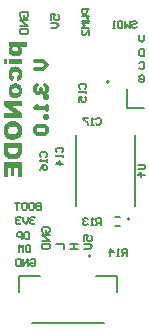
<source format=gbo>
G04*
G04 #@! TF.GenerationSoftware,Altium Limited,Altium Designer,21.6.1 (37)*
G04*
G04 Layer_Color=32896*
%FSLAX44Y44*%
%MOMM*%
G71*
G04*
G04 #@! TF.SameCoordinates,A3892E78-241B-427D-A5EC-4F0B57241F16*
G04*
G04*
G04 #@! TF.FilePolarity,Positive*
G04*
G01*
G75*
%ADD10C,0.2000*%
%ADD13C,0.1270*%
%ADD15C,0.1700*%
%ADD70C,0.1500*%
%ADD71C,0.3000*%
G36*
X299000Y238725D02*
X293753D01*
X293975Y238475D01*
X294169Y238253D01*
X294336Y238003D01*
X294475Y237781D01*
X294586Y237586D01*
X294669Y237448D01*
X294697Y237337D01*
X294725Y237309D01*
X294836Y237003D01*
X294919Y236698D01*
X294974Y236393D01*
X295002Y236115D01*
X295030Y235893D01*
X295058Y235699D01*
Y235532D01*
X295030Y235171D01*
X295002Y234810D01*
X294836Y234144D01*
X294614Y233589D01*
X294336Y233117D01*
X294058Y232728D01*
X293836Y232423D01*
X293753Y232339D01*
X293670Y232256D01*
X293642Y232228D01*
X293614Y232201D01*
X293337Y231978D01*
X293031Y231756D01*
X292337Y231423D01*
X291643Y231201D01*
X290977Y231035D01*
X290671Y230979D01*
X290366Y230923D01*
X290116Y230896D01*
X289866D01*
X289672Y230868D01*
X289533D01*
X289450D01*
X289422D01*
X288950D01*
X288534Y230923D01*
X287701Y231062D01*
X287007Y231257D01*
X286674Y231368D01*
X286396Y231479D01*
X286118Y231590D01*
X285896Y231701D01*
X285702Y231812D01*
X285535Y231895D01*
X285396Y231978D01*
X285313Y232034D01*
X285258Y232062D01*
X285230Y232090D01*
X284925Y232311D01*
X284675Y232589D01*
X284453Y232839D01*
X284258Y233117D01*
X284092Y233422D01*
X283953Y233700D01*
X283759Y234255D01*
X283620Y234727D01*
X283592Y234949D01*
X283564Y235143D01*
X283536Y235282D01*
Y235504D01*
X283564Y235921D01*
X283620Y236282D01*
X283703Y236642D01*
X283786Y236948D01*
X283870Y237198D01*
X283953Y237392D01*
X284008Y237503D01*
X284036Y237559D01*
X284203Y237808D01*
X284397Y238086D01*
X284647Y238336D01*
X284869Y238558D01*
X285091Y238752D01*
X285258Y238919D01*
X285369Y239030D01*
X285424Y239058D01*
X283786D01*
Y243000D01*
X299000D01*
Y238725D01*
D02*
G37*
G36*
X294808Y224455D02*
X283786D01*
Y228675D01*
X294808D01*
Y224455D01*
D02*
G37*
G36*
X282481D02*
X279594D01*
Y228675D01*
X282481D01*
Y224455D01*
D02*
G37*
G36*
X289949Y222234D02*
X290449Y222178D01*
X290893Y222123D01*
X291282Y222012D01*
X291588Y221929D01*
X291782Y221873D01*
X291921Y221817D01*
X291976Y221790D01*
X292337Y221595D01*
X292642Y221373D01*
X292948Y221179D01*
X293198Y220957D01*
X293420Y220763D01*
X293559Y220624D01*
X293670Y220513D01*
X293697Y220485D01*
X293947Y220152D01*
X294169Y219819D01*
X294336Y219485D01*
X294503Y219180D01*
X294614Y218902D01*
X294697Y218680D01*
X294725Y218542D01*
X294752Y218486D01*
X294863Y218014D01*
X294919Y217514D01*
X294974Y217042D01*
X295030Y216570D01*
Y216154D01*
X295058Y215821D01*
Y215543D01*
X295030Y214905D01*
X294974Y214322D01*
X294891Y213822D01*
X294808Y213378D01*
X294725Y213045D01*
X294641Y212795D01*
X294586Y212628D01*
X294558Y212573D01*
X294364Y212156D01*
X294114Y211768D01*
X293892Y211434D01*
X293670Y211157D01*
X293448Y210935D01*
X293281Y210768D01*
X293170Y210657D01*
X293142Y210629D01*
X292781Y210352D01*
X292393Y210130D01*
X292032Y209935D01*
X291671Y209769D01*
X291365Y209658D01*
X291143Y209574D01*
X290977Y209547D01*
X290921Y209519D01*
X290477Y213544D01*
X290782Y213655D01*
X291060Y213794D01*
X291282Y213961D01*
X291449Y214100D01*
X291615Y214211D01*
X291699Y214322D01*
X291754Y214377D01*
X291782Y214405D01*
X291921Y214627D01*
X292032Y214849D01*
X292087Y215099D01*
X292143Y215293D01*
X292171Y215488D01*
X292198Y215654D01*
Y215793D01*
X292171Y216154D01*
X292087Y216459D01*
X291976Y216737D01*
X291837Y216987D01*
X291726Y217181D01*
X291615Y217320D01*
X291532Y217403D01*
X291504Y217431D01*
X291227Y217653D01*
X290893Y217792D01*
X290560Y217903D01*
X290227Y217986D01*
X289922Y218042D01*
X289672Y218069D01*
X289505D01*
X289478D01*
X289450D01*
X288922Y218042D01*
X288450Y217959D01*
X288062Y217875D01*
X287729Y217736D01*
X287479Y217625D01*
X287312Y217542D01*
X287201Y217459D01*
X287173Y217431D01*
X286924Y217181D01*
X286729Y216903D01*
X286618Y216626D01*
X286507Y216348D01*
X286451Y216098D01*
X286424Y215904D01*
Y215737D01*
X286451Y215432D01*
X286479Y215182D01*
X286535Y214960D01*
X286618Y214766D01*
X286701Y214599D01*
X286757Y214488D01*
X286785Y214433D01*
X286812Y214405D01*
X286951Y214238D01*
X287118Y214072D01*
X287479Y213877D01*
X287617Y213794D01*
X287756Y213739D01*
X287840Y213711D01*
X287867D01*
X287340Y209741D01*
X286674Y209991D01*
X286118Y210296D01*
X285619Y210629D01*
X285230Y210962D01*
X284925Y211268D01*
X284675Y211518D01*
X284564Y211684D01*
X284508Y211712D01*
Y211740D01*
X284342Y212017D01*
X284175Y212323D01*
X283953Y212989D01*
X283786Y213655D01*
X283647Y214322D01*
X283620Y214627D01*
X283592Y214932D01*
X283564Y215182D01*
Y215404D01*
X283536Y215599D01*
Y215849D01*
X283564Y216543D01*
X283620Y217153D01*
X283703Y217709D01*
X283786Y218153D01*
X283897Y218514D01*
X283981Y218791D01*
X284036Y218958D01*
X284064Y218986D01*
Y219014D01*
X284203Y219291D01*
X284342Y219569D01*
X284508Y219846D01*
X284675Y220068D01*
X284813Y220263D01*
X284925Y220402D01*
X285008Y220513D01*
X285036Y220540D01*
X285285Y220790D01*
X285563Y221012D01*
X285813Y221234D01*
X286035Y221401D01*
X286229Y221540D01*
X286396Y221623D01*
X286507Y221679D01*
X286535Y221706D01*
X286979Y221901D01*
X287451Y222040D01*
X287923Y222123D01*
X288367Y222178D01*
X288756Y222234D01*
X289089Y222262D01*
X289200D01*
X289283D01*
X289339D01*
X289366D01*
X289949Y222234D01*
D02*
G37*
G36*
X289839Y208075D02*
X290310Y208020D01*
X290755Y207909D01*
X291171Y207798D01*
X291560Y207631D01*
X291921Y207464D01*
X292254Y207298D01*
X292559Y207104D01*
X292809Y206909D01*
X293059Y206743D01*
X293253Y206576D01*
X293420Y206409D01*
X293559Y206298D01*
X293642Y206187D01*
X293697Y206132D01*
X293725Y206104D01*
X293947Y205799D01*
X294169Y205438D01*
X294503Y204744D01*
X294725Y204022D01*
X294891Y203328D01*
X294947Y203022D01*
X294974Y202717D01*
X295030Y202467D01*
Y202245D01*
X295058Y202051D01*
Y201801D01*
X295030Y201246D01*
X294974Y200746D01*
X294919Y200246D01*
X294808Y199802D01*
X294697Y199386D01*
X294558Y198997D01*
X294391Y198636D01*
X294253Y198331D01*
X294114Y198053D01*
X293947Y197803D01*
X293808Y197581D01*
X293697Y197414D01*
X293586Y197276D01*
X293503Y197192D01*
X293475Y197137D01*
X293448Y197109D01*
X293142Y196804D01*
X292809Y196554D01*
X292448Y196332D01*
X292115Y196137D01*
X291754Y195971D01*
X291421Y195832D01*
X290755Y195638D01*
X290449Y195554D01*
X290172Y195499D01*
X289922Y195471D01*
X289700Y195443D01*
X289533Y195416D01*
X289394D01*
X289311D01*
X289283D01*
X288867Y195443D01*
X288478Y195471D01*
X287729Y195638D01*
X287090Y195860D01*
X286535Y196110D01*
X286285Y196248D01*
X286091Y196360D01*
X285896Y196471D01*
X285757Y196582D01*
X285646Y196665D01*
X285535Y196748D01*
X285508Y196776D01*
X285480Y196804D01*
X285147Y197137D01*
X284841Y197498D01*
X284591Y197886D01*
X284342Y198303D01*
X284175Y198719D01*
X284008Y199136D01*
X283870Y199552D01*
X283786Y199941D01*
X283703Y200302D01*
X283647Y200663D01*
X283592Y200996D01*
X283564Y201246D01*
X283536Y201495D01*
Y201801D01*
X283564Y202328D01*
X283620Y202828D01*
X283675Y203300D01*
X283786Y203744D01*
X283925Y204161D01*
X284064Y204549D01*
X284203Y204883D01*
X284342Y205188D01*
X284508Y205466D01*
X284647Y205715D01*
X284786Y205938D01*
X284925Y206104D01*
X285036Y206243D01*
X285091Y206326D01*
X285147Y206382D01*
X285174Y206409D01*
X285480Y206715D01*
X285813Y206965D01*
X286174Y207187D01*
X286507Y207381D01*
X286868Y207548D01*
X287201Y207687D01*
X287867Y207881D01*
X288173Y207964D01*
X288450Y208020D01*
X288700Y208047D01*
X288922Y208075D01*
X289089Y208103D01*
X289228D01*
X289311D01*
X289339D01*
X289839Y208075D01*
D02*
G37*
G36*
X294808Y188669D02*
X286424D01*
X294808Y182950D01*
Y178508D01*
X279594D01*
Y182950D01*
X288034D01*
X279594Y188725D01*
Y193084D01*
X294808D01*
Y188669D01*
D02*
G37*
G36*
X288173Y175926D02*
X289033Y175816D01*
X289450Y175732D01*
X289811Y175649D01*
X290144Y175566D01*
X290449Y175455D01*
X290727Y175371D01*
X290977Y175288D01*
X291171Y175205D01*
X291338Y175121D01*
X291476Y175038D01*
X291588Y175010D01*
X291643Y174955D01*
X291671D01*
X292282Y174538D01*
X292809Y174067D01*
X293281Y173622D01*
X293614Y173178D01*
X293892Y172789D01*
X294086Y172484D01*
X294169Y172373D01*
X294225Y172290D01*
X294253Y172234D01*
Y172206D01*
X294530Y171540D01*
X294725Y170818D01*
X294863Y170124D01*
X294947Y169458D01*
X295002Y169125D01*
Y168847D01*
X295030Y168597D01*
X295058Y168375D01*
Y167959D01*
X295030Y167043D01*
X294919Y166210D01*
X294752Y165488D01*
X294669Y165182D01*
X294586Y164877D01*
X294503Y164599D01*
X294419Y164377D01*
X294336Y164183D01*
X294253Y164016D01*
X294197Y163878D01*
X294142Y163794D01*
X294114Y163739D01*
Y163711D01*
X293725Y163100D01*
X293309Y162601D01*
X292865Y162157D01*
X292448Y161796D01*
X292059Y161490D01*
X291754Y161296D01*
X291643Y161213D01*
X291560Y161157D01*
X291504Y161129D01*
X291476D01*
X290782Y160824D01*
X290061Y160602D01*
X289339Y160435D01*
X288645Y160324D01*
X288312Y160296D01*
X288034Y160269D01*
X287756Y160241D01*
X287534Y160213D01*
X287340D01*
X287201D01*
X287118D01*
X287090D01*
X286424Y160241D01*
X285785Y160296D01*
X285202Y160408D01*
X284647Y160546D01*
X284147Y160685D01*
X283675Y160879D01*
X283259Y161046D01*
X282870Y161240D01*
X282537Y161435D01*
X282232Y161629D01*
X281982Y161823D01*
X281760Y161962D01*
X281621Y162101D01*
X281482Y162212D01*
X281427Y162267D01*
X281399Y162295D01*
X281038Y162712D01*
X280732Y163128D01*
X280455Y163600D01*
X280205Y164072D01*
X280011Y164544D01*
X279844Y165044D01*
X279705Y165516D01*
X279594Y165988D01*
X279511Y166404D01*
X279455Y166821D01*
X279400Y167181D01*
X279372Y167515D01*
X279344Y167764D01*
Y168125D01*
X279372Y168792D01*
X279428Y169430D01*
X279539Y170041D01*
X279678Y170596D01*
X279816Y171124D01*
X280011Y171596D01*
X280177Y172040D01*
X280372Y172428D01*
X280566Y172762D01*
X280760Y173067D01*
X280955Y173317D01*
X281093Y173539D01*
X281232Y173706D01*
X281343Y173817D01*
X281399Y173900D01*
X281427Y173928D01*
X281843Y174289D01*
X282259Y174594D01*
X282731Y174872D01*
X283203Y175121D01*
X283703Y175316D01*
X284175Y175482D01*
X284647Y175621D01*
X285119Y175732D01*
X285535Y175816D01*
X285952Y175871D01*
X286313Y175926D01*
X286618Y175954D01*
X286868D01*
X287062Y175982D01*
X287173D01*
X287229D01*
X288173Y175926D01*
D02*
G37*
G36*
X294808Y150663D02*
X294780Y150163D01*
X294752Y149691D01*
X294697Y149192D01*
X294614Y148775D01*
X294530Y148386D01*
X294475Y148081D01*
X294447Y147970D01*
Y147887D01*
X294419Y147859D01*
Y147831D01*
X294280Y147415D01*
X294086Y147026D01*
X293892Y146693D01*
X293697Y146360D01*
X293503Y146110D01*
X293337Y145916D01*
X293225Y145805D01*
X293198Y145749D01*
X292837Y145388D01*
X292448Y145083D01*
X292087Y144805D01*
X291726Y144583D01*
X291421Y144416D01*
X291171Y144305D01*
X291005Y144222D01*
X290977Y144194D01*
X290949D01*
X290394Y144000D01*
X289783Y143861D01*
X289144Y143750D01*
X288561Y143695D01*
X288006Y143639D01*
X287784D01*
X287562Y143611D01*
X287395D01*
X287284D01*
X287201D01*
X287173D01*
X286590Y143639D01*
X286063Y143667D01*
X285563Y143722D01*
X285119Y143806D01*
X284758Y143889D01*
X284480Y143945D01*
X284369Y143972D01*
X284286D01*
X284258Y144000D01*
X284230D01*
X283731Y144167D01*
X283259Y144333D01*
X282842Y144528D01*
X282481Y144722D01*
X282176Y144916D01*
X281982Y145055D01*
X281843Y145166D01*
X281787Y145194D01*
X281427Y145527D01*
X281093Y145860D01*
X280816Y146221D01*
X280594Y146554D01*
X280399Y146860D01*
X280288Y147082D01*
X280205Y147248D01*
X280177Y147276D01*
Y147304D01*
X279983Y147803D01*
X279844Y148359D01*
X279733Y148914D01*
X279678Y149469D01*
X279622Y149941D01*
Y150135D01*
X279594Y150330D01*
Y157631D01*
X294808D01*
Y150663D01*
D02*
G37*
G36*
Y128314D02*
X291365D01*
Y136421D01*
X288367D01*
Y129120D01*
X285258D01*
Y136421D01*
X282842D01*
Y128536D01*
X279594D01*
Y141140D01*
X294808D01*
Y128314D01*
D02*
G37*
%LPC*%
G36*
X289561Y238780D02*
X289394D01*
X289366D01*
X289339D01*
X288839Y238752D01*
X288423Y238697D01*
X288062Y238614D01*
X287784Y238503D01*
X287562Y238419D01*
X287395Y238336D01*
X287312Y238280D01*
X287284Y238253D01*
X287062Y238031D01*
X286924Y237808D01*
X286812Y237586D01*
X286729Y237364D01*
X286674Y237170D01*
X286646Y237031D01*
Y236892D01*
X286674Y236615D01*
X286757Y236365D01*
X286840Y236171D01*
X286951Y235976D01*
X287090Y235810D01*
X287173Y235699D01*
X287257Y235643D01*
X287284Y235615D01*
X287562Y235449D01*
X287867Y235310D01*
X288200Y235227D01*
X288506Y235143D01*
X288811Y235116D01*
X289033Y235088D01*
X289200D01*
X289228D01*
X289256D01*
X289755Y235116D01*
X290172Y235171D01*
X290532Y235254D01*
X290810Y235338D01*
X291032Y235421D01*
X291199Y235504D01*
X291282Y235560D01*
X291310Y235588D01*
X291504Y235782D01*
X291643Y236004D01*
X291754Y236198D01*
X291810Y236393D01*
X291865Y236559D01*
X291893Y236698D01*
Y236837D01*
X291865Y237142D01*
X291810Y237392D01*
X291699Y237642D01*
X291588Y237836D01*
X291476Y238003D01*
X291365Y238114D01*
X291310Y238197D01*
X291282Y238225D01*
X291005Y238419D01*
X290699Y238558D01*
X290394Y238641D01*
X290061Y238697D01*
X289783Y238752D01*
X289561Y238780D01*
D02*
G37*
G36*
X289589Y203855D02*
X289478D01*
X289394D01*
X289366D01*
X289339D01*
X288839Y203827D01*
X288395Y203772D01*
X288006Y203661D01*
X287701Y203550D01*
X287479Y203467D01*
X287312Y203356D01*
X287201Y203300D01*
X287173Y203272D01*
X286924Y203022D01*
X286757Y202773D01*
X286618Y202523D01*
X286535Y202273D01*
X286479Y202078D01*
X286451Y201884D01*
Y201745D01*
X286479Y201440D01*
X286562Y201135D01*
X286674Y200885D01*
X286812Y200663D01*
X286951Y200496D01*
X287062Y200385D01*
X287146Y200302D01*
X287173Y200274D01*
X287451Y200080D01*
X287784Y199913D01*
X288145Y199802D01*
X288478Y199746D01*
X288811Y199691D01*
X289061Y199663D01*
X289228D01*
X289256D01*
X289283D01*
X289839Y199691D01*
X290283Y199746D01*
X290671Y199858D01*
X290977Y199969D01*
X291227Y200080D01*
X291393Y200191D01*
X291504Y200246D01*
X291532Y200274D01*
X291754Y200496D01*
X291921Y200746D01*
X292032Y200996D01*
X292115Y201246D01*
X292171Y201440D01*
X292198Y201607D01*
Y201773D01*
X292171Y202078D01*
X292087Y202384D01*
X291976Y202634D01*
X291837Y202856D01*
X291726Y203022D01*
X291615Y203161D01*
X291532Y203244D01*
X291504Y203272D01*
X291199Y203467D01*
X290866Y203605D01*
X290505Y203717D01*
X290172Y203772D01*
X289839Y203827D01*
X289589Y203855D01*
D02*
G37*
G36*
X287451Y171290D02*
X287340D01*
X287257D01*
X287229D01*
X286812D01*
X286424Y171262D01*
X286063Y171207D01*
X285730Y171151D01*
X285452Y171096D01*
X285174Y171013D01*
X284925Y170929D01*
X284702Y170846D01*
X284369Y170707D01*
X284119Y170568D01*
X283981Y170457D01*
X283925Y170430D01*
X283592Y170096D01*
X283342Y169708D01*
X283148Y169319D01*
X283037Y168958D01*
X282953Y168653D01*
X282926Y168375D01*
X282898Y168209D01*
Y168153D01*
X282953Y167626D01*
X283064Y167154D01*
X283203Y166737D01*
X283398Y166404D01*
X283592Y166154D01*
X283731Y165960D01*
X283842Y165821D01*
X283897Y165793D01*
X284314Y165488D01*
X284813Y165266D01*
X285341Y165127D01*
X285841Y165016D01*
X286313Y164960D01*
X286507Y164933D01*
X286674Y164905D01*
X286840D01*
X286951D01*
X287007D01*
X287034D01*
X287507D01*
X287923Y164933D01*
X288312Y164988D01*
X288673Y165044D01*
X288978Y165099D01*
X289283Y165182D01*
X289533Y165266D01*
X289755Y165321D01*
X289949Y165405D01*
X290116Y165488D01*
X290255Y165571D01*
X290366Y165627D01*
X290505Y165738D01*
X290560Y165766D01*
X290893Y166099D01*
X291115Y166487D01*
X291282Y166876D01*
X291421Y167237D01*
X291476Y167570D01*
X291504Y167848D01*
X291532Y167959D01*
Y168098D01*
X291476Y168625D01*
X291365Y169097D01*
X291227Y169513D01*
X291032Y169847D01*
X290838Y170096D01*
X290699Y170291D01*
X290588Y170430D01*
X290532Y170457D01*
X290338Y170596D01*
X290116Y170735D01*
X289589Y170929D01*
X289033Y171096D01*
X288506Y171179D01*
X288006Y171235D01*
X287784Y171262D01*
X287590D01*
X287451Y171290D01*
D02*
G37*
G36*
X291338Y152939D02*
X283037D01*
Y151773D01*
X283064Y151135D01*
X283176Y150580D01*
X283314Y150135D01*
X283481Y149775D01*
X283675Y149497D01*
X283814Y149303D01*
X283925Y149164D01*
X283953Y149136D01*
X284147Y148997D01*
X284342Y148858D01*
X284841Y148664D01*
X285396Y148525D01*
X285924Y148442D01*
X286451Y148359D01*
X286674D01*
X286868Y148331D01*
X287034D01*
X287146D01*
X287229D01*
X287257D01*
X287895Y148359D01*
X288423Y148386D01*
X288895Y148442D01*
X289256Y148497D01*
X289533Y148581D01*
X289727Y148636D01*
X289866Y148664D01*
X289894Y148692D01*
X290172Y148831D01*
X290422Y148997D01*
X290616Y149164D01*
X290755Y149330D01*
X290893Y149469D01*
X290977Y149580D01*
X291005Y149663D01*
X291032Y149691D01*
X291143Y149969D01*
X291199Y150274D01*
X291254Y150635D01*
X291310Y150968D01*
Y151301D01*
X291338Y151551D01*
Y152939D01*
D02*
G37*
%LPD*%
D10*
X386050Y93150D02*
G03*
X386050Y93150I-1000J0D01*
G01*
X368500Y209500D02*
G03*
X368500Y209500I-1000J0D01*
G01*
X353000Y61750D02*
G03*
X353000Y61750I-1000J0D01*
G01*
X374000Y94500D02*
X378000D01*
X374000Y87500D02*
X378000D01*
D13*
X341000Y104000D02*
Y164000D01*
X391000Y104000D02*
Y164000D01*
X384000Y187000D02*
X398300D01*
X384000D02*
Y203250D01*
X303500Y4750D02*
X364400D01*
X292750Y45250D02*
X310400D01*
X292750Y30950D02*
Y45250D01*
X357600D02*
X375250D01*
Y31050D02*
Y45250D01*
D15*
X294469Y263635D02*
X293302Y264801D01*
Y267134D01*
X294469Y268300D01*
X299134D01*
X300300Y267134D01*
Y264801D01*
X299134Y263635D01*
X296801D01*
Y265967D01*
X300300Y261302D02*
X293302D01*
X300300Y256637D01*
X293302D01*
Y254305D02*
X300300D01*
Y250806D01*
X299134Y249639D01*
X294469D01*
X293302Y250806D01*
Y254305D01*
X319302Y261635D02*
Y266300D01*
X322801D01*
X321635Y263967D01*
Y262801D01*
X322801Y261635D01*
X325134D01*
X326300Y262801D01*
Y265134D01*
X325134Y266300D01*
X319302Y259302D02*
X323967D01*
X326300Y256970D01*
X323967Y254637D01*
X319302D01*
X398300Y248531D02*
Y244532D01*
X396301Y242533D01*
X394301Y244532D01*
Y248531D01*
X398300Y237253D02*
Y231255D01*
X395301D01*
X394301Y232255D01*
Y236254D01*
X395301Y237253D01*
X398300D01*
X394301Y224976D02*
X395301Y225976D01*
X397300D01*
X398300Y224976D01*
Y220977D01*
X397300Y219978D01*
X395301D01*
X394301Y220977D01*
Y213698D02*
X395301Y214698D01*
X397300D01*
X398300Y213698D01*
Y209700D01*
X397300Y208700D01*
X395301D01*
X394301Y209700D01*
Y211699D01*
X396301D01*
X361497Y88001D02*
Y93999D01*
X358498D01*
X357499Y92999D01*
Y91000D01*
X358498Y90000D01*
X361497D01*
X359498D02*
X357499Y88001D01*
X355499D02*
X353500D01*
X354500D01*
Y93999D01*
X355499Y92999D01*
X350501D02*
X349501Y93999D01*
X347502D01*
X346502Y92999D01*
Y92000D01*
X347502Y91000D01*
X348502D01*
X347502D01*
X346502Y90000D01*
Y89001D01*
X347502Y88001D01*
X349501D01*
X350501Y89001D01*
X383498Y62001D02*
Y67999D01*
X380499D01*
X379499Y66999D01*
Y65000D01*
X380499Y64000D01*
X383498D01*
X381498D02*
X379499Y62001D01*
X377500D02*
X375500D01*
X376500D01*
Y67999D01*
X377500Y66999D01*
X369502Y62001D02*
Y67999D01*
X372501Y65000D01*
X368502D01*
X310996Y106999D02*
Y101001D01*
X307997D01*
X306998Y102001D01*
Y103000D01*
X307997Y104000D01*
X310996D01*
X307997D01*
X306998Y105000D01*
Y105999D01*
X307997Y106999D01*
X310996D01*
X301999D02*
X303999D01*
X304998Y105999D01*
Y102001D01*
X303999Y101001D01*
X301999D01*
X301000Y102001D01*
Y105999D01*
X301999Y106999D01*
X296001D02*
X298001D01*
X299000Y105999D01*
Y102001D01*
X298001Y101001D01*
X296001D01*
X295002Y102001D01*
Y105999D01*
X296001Y106999D01*
X293002D02*
X289004D01*
X291003D01*
Y101001D01*
X305997Y93999D02*
X304998Y94999D01*
X302998D01*
X301999Y93999D01*
Y93000D01*
X302998Y92000D01*
X303998D01*
X302998D01*
X301999Y91000D01*
Y90001D01*
X302998Y89001D01*
X304998D01*
X305997Y90001D01*
X299999Y94999D02*
Y91000D01*
X298000Y89001D01*
X296001Y91000D01*
Y94999D01*
X294001Y93999D02*
X293002Y94999D01*
X291002D01*
X290003Y93999D01*
Y93000D01*
X291002Y92000D01*
X292002D01*
X291002D01*
X290003Y91000D01*
Y90001D01*
X291002Y89001D01*
X293002D01*
X294001Y90001D01*
X300998Y81999D02*
Y76001D01*
X297999D01*
X297000Y77001D01*
Y80999D01*
X297999Y81999D01*
X300998D01*
X295000Y76001D02*
Y81999D01*
X292001D01*
X291002Y80999D01*
Y79000D01*
X292001Y78000D01*
X295000D01*
X301998Y70999D02*
Y65001D01*
X298999D01*
X298000Y66001D01*
Y69999D01*
X298999Y70999D01*
X301998D01*
X296000Y65001D02*
Y70999D01*
X294001Y69000D01*
X292002Y70999D01*
Y65001D01*
X301999Y57999D02*
X302998Y58999D01*
X304998D01*
X305997Y57999D01*
Y54001D01*
X304998Y53001D01*
X302998D01*
X301999Y54001D01*
Y56000D01*
X303998D01*
X299999Y53001D02*
Y58999D01*
X296001Y53001D01*
Y58999D01*
X294001D02*
Y53001D01*
X291002D01*
X290003Y54001D01*
Y57999D01*
X291002Y58999D01*
X294001D01*
X311001Y145499D02*
X310001Y146498D01*
Y148498D01*
X311001Y149497D01*
X314999D01*
X315999Y148498D01*
Y146498D01*
X314999Y145499D01*
X315999Y143499D02*
Y141500D01*
Y142500D01*
X310001D01*
X311001Y143499D01*
X310001Y134502D02*
X311001Y136502D01*
X313000Y138501D01*
X314999D01*
X315999Y137501D01*
Y135502D01*
X314999Y134502D01*
X314000D01*
X313000Y135502D01*
Y138501D01*
X325001Y149499D02*
X324001Y150499D01*
Y152498D01*
X325001Y153497D01*
X328999D01*
X329999Y152498D01*
Y150499D01*
X328999Y149499D01*
X329999Y147500D02*
Y145500D01*
Y146500D01*
X324001D01*
X325001Y147500D01*
X329999Y139502D02*
X324001D01*
X327000Y142501D01*
Y138502D01*
X344001Y203499D02*
X343001Y204499D01*
Y206498D01*
X344001Y207498D01*
X347999D01*
X348999Y206498D01*
Y204499D01*
X347999Y203499D01*
X348999Y201500D02*
Y199500D01*
Y200500D01*
X343001D01*
X344001Y201500D01*
X343001Y192502D02*
Y196501D01*
X346000D01*
X345000Y194502D01*
Y193502D01*
X346000Y192502D01*
X347999D01*
X348999Y193502D01*
Y195501D01*
X347999Y196501D01*
X393001Y138998D02*
X397999D01*
X398999Y137999D01*
Y135999D01*
X397999Y135000D01*
X393001D01*
X398999Y130001D02*
X393001D01*
X396000Y133000D01*
Y129002D01*
X357499Y177999D02*
X358498Y178999D01*
X360498D01*
X361497Y177999D01*
Y174001D01*
X360498Y173001D01*
X358498D01*
X357499Y174001D01*
X355499Y173001D02*
X353500D01*
X354500D01*
Y178999D01*
X355499Y177999D01*
X350501Y178999D02*
X346502D01*
Y177999D01*
X350501Y174001D01*
Y173001D01*
X388001Y259998D02*
X389001Y260998D01*
X391000D01*
X392000Y259998D01*
Y258999D01*
X391000Y257999D01*
X389001D01*
X388001Y256999D01*
Y256000D01*
X389001Y255000D01*
X391000D01*
X392000Y256000D01*
X386002Y260998D02*
Y255000D01*
X384003Y256999D01*
X382003Y255000D01*
Y260998D01*
X380004D02*
Y255000D01*
X377005D01*
X376005Y256000D01*
Y259998D01*
X377005Y260998D01*
X380004D01*
X374006Y255000D02*
X372006D01*
X373006D01*
Y260998D01*
X374006Y259998D01*
X352000Y271000D02*
X346002D01*
Y268001D01*
X347002Y267001D01*
X349001D01*
X350001Y268001D01*
Y271000D01*
X346002Y265002D02*
X352000D01*
X350001Y263003D01*
X352000Y261003D01*
X346002D01*
X352000Y259004D02*
X346002D01*
X348001Y257005D01*
X346002Y255005D01*
X352000D01*
Y249007D02*
Y253006D01*
X348001Y249007D01*
X347002D01*
X346002Y250007D01*
Y252006D01*
X347002Y253006D01*
D70*
X312677Y81495D02*
X311511Y82662D01*
Y84994D01*
X312677Y86161D01*
X317342D01*
X318508Y84994D01*
Y82662D01*
X317342Y81495D01*
X315009D01*
Y83828D01*
X318508Y79163D02*
X311511D01*
X318508Y74498D01*
X311511D01*
Y72165D02*
X318508D01*
Y68666D01*
X317342Y67500D01*
X312677D01*
X311511Y68666D01*
Y72165D01*
X323508D02*
X330506D01*
Y67500D01*
X335505Y72165D02*
X342503D01*
X339004D01*
Y67500D01*
X335505D01*
X342503D01*
X347502Y74498D02*
Y79163D01*
X351001D01*
X349835Y76830D01*
Y75664D01*
X351001Y74498D01*
X353334D01*
X354500Y75664D01*
Y77997D01*
X353334Y79163D01*
X347502Y72165D02*
X352167D01*
X354500Y69833D01*
X352167Y67500D01*
X347502D01*
D71*
X306003Y226823D02*
X312668D01*
X316000Y223491D01*
X312668Y220159D01*
X306003D01*
X307669Y206830D02*
X306003Y205164D01*
Y201831D01*
X307669Y200165D01*
X309335D01*
X311002Y201831D01*
Y203498D01*
Y201831D01*
X312668Y200165D01*
X314334D01*
X316000Y201831D01*
Y205164D01*
X314334Y206830D01*
X316000Y196833D02*
X314334D01*
Y195167D01*
X316000D01*
Y196833D01*
Y188502D02*
Y185170D01*
Y186836D01*
X306003D01*
X307669Y188502D01*
X316000Y180172D02*
X314334D01*
Y178506D01*
X316000D01*
Y180172D01*
X307669Y171841D02*
X306003Y170175D01*
Y166843D01*
X307669Y165177D01*
X314334D01*
X316000Y166843D01*
Y170175D01*
X314334Y171841D01*
X307669D01*
M02*

</source>
